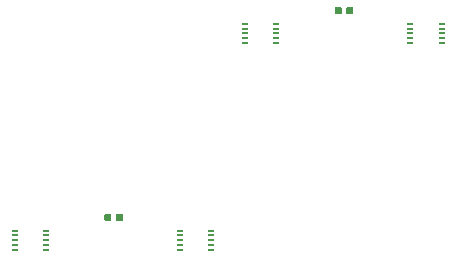
<source format=gbr>
G04 #@! TF.GenerationSoftware,KiCad,Pcbnew,5.0.2-bee76a0~70~ubuntu18.04.1*
G04 #@! TF.CreationDate,2019-05-27T20:40:17+02:00*
G04 #@! TF.ProjectId,upper_Sensor,75707065-725f-4536-956e-736f722e6b69,rev?*
G04 #@! TF.SameCoordinates,Original*
G04 #@! TF.FileFunction,Paste,Top*
G04 #@! TF.FilePolarity,Positive*
%FSLAX46Y46*%
G04 Gerber Fmt 4.6, Leading zero omitted, Abs format (unit mm)*
G04 Created by KiCad (PCBNEW 5.0.2-bee76a0~70~ubuntu18.04.1) date Mo 27 Mai 2019 20:40:17 CEST*
%MOMM*%
%LPD*%
G01*
G04 APERTURE LIST*
%ADD10C,0.100000*%
%ADD11C,0.590000*%
%ADD12R,0.630000X0.230000*%
%ADD13C,0.150000*%
G04 APERTURE END LIST*
D10*
G04 #@! TO.C,GATE*
G36*
X129236958Y-60260710D02*
X129251276Y-60262834D01*
X129265317Y-60266351D01*
X129278946Y-60271228D01*
X129292031Y-60277417D01*
X129304447Y-60284858D01*
X129316073Y-60293481D01*
X129326798Y-60303202D01*
X129336519Y-60313927D01*
X129345142Y-60325553D01*
X129352583Y-60337969D01*
X129358772Y-60351054D01*
X129363649Y-60364683D01*
X129367166Y-60378724D01*
X129369290Y-60393042D01*
X129370000Y-60407500D01*
X129370000Y-60752500D01*
X129369290Y-60766958D01*
X129367166Y-60781276D01*
X129363649Y-60795317D01*
X129358772Y-60808946D01*
X129352583Y-60822031D01*
X129345142Y-60834447D01*
X129336519Y-60846073D01*
X129326798Y-60856798D01*
X129316073Y-60866519D01*
X129304447Y-60875142D01*
X129292031Y-60882583D01*
X129278946Y-60888772D01*
X129265317Y-60893649D01*
X129251276Y-60897166D01*
X129236958Y-60899290D01*
X129222500Y-60900000D01*
X128927500Y-60900000D01*
X128913042Y-60899290D01*
X128898724Y-60897166D01*
X128884683Y-60893649D01*
X128871054Y-60888772D01*
X128857969Y-60882583D01*
X128845553Y-60875142D01*
X128833927Y-60866519D01*
X128823202Y-60856798D01*
X128813481Y-60846073D01*
X128804858Y-60834447D01*
X128797417Y-60822031D01*
X128791228Y-60808946D01*
X128786351Y-60795317D01*
X128782834Y-60781276D01*
X128780710Y-60766958D01*
X128780000Y-60752500D01*
X128780000Y-60407500D01*
X128780710Y-60393042D01*
X128782834Y-60378724D01*
X128786351Y-60364683D01*
X128791228Y-60351054D01*
X128797417Y-60337969D01*
X128804858Y-60325553D01*
X128813481Y-60313927D01*
X128823202Y-60303202D01*
X128833927Y-60293481D01*
X128845553Y-60284858D01*
X128857969Y-60277417D01*
X128871054Y-60271228D01*
X128884683Y-60266351D01*
X128898724Y-60262834D01*
X128913042Y-60260710D01*
X128927500Y-60260000D01*
X129222500Y-60260000D01*
X129236958Y-60260710D01*
X129236958Y-60260710D01*
G37*
D11*
X129075000Y-60580000D03*
D10*
G36*
X130206958Y-60260710D02*
X130221276Y-60262834D01*
X130235317Y-60266351D01*
X130248946Y-60271228D01*
X130262031Y-60277417D01*
X130274447Y-60284858D01*
X130286073Y-60293481D01*
X130296798Y-60303202D01*
X130306519Y-60313927D01*
X130315142Y-60325553D01*
X130322583Y-60337969D01*
X130328772Y-60351054D01*
X130333649Y-60364683D01*
X130337166Y-60378724D01*
X130339290Y-60393042D01*
X130340000Y-60407500D01*
X130340000Y-60752500D01*
X130339290Y-60766958D01*
X130337166Y-60781276D01*
X130333649Y-60795317D01*
X130328772Y-60808946D01*
X130322583Y-60822031D01*
X130315142Y-60834447D01*
X130306519Y-60846073D01*
X130296798Y-60856798D01*
X130286073Y-60866519D01*
X130274447Y-60875142D01*
X130262031Y-60882583D01*
X130248946Y-60888772D01*
X130235317Y-60893649D01*
X130221276Y-60897166D01*
X130206958Y-60899290D01*
X130192500Y-60900000D01*
X129897500Y-60900000D01*
X129883042Y-60899290D01*
X129868724Y-60897166D01*
X129854683Y-60893649D01*
X129841054Y-60888772D01*
X129827969Y-60882583D01*
X129815553Y-60875142D01*
X129803927Y-60866519D01*
X129793202Y-60856798D01*
X129783481Y-60846073D01*
X129774858Y-60834447D01*
X129767417Y-60822031D01*
X129761228Y-60808946D01*
X129756351Y-60795317D01*
X129752834Y-60781276D01*
X129750710Y-60766958D01*
X129750000Y-60752500D01*
X129750000Y-60407500D01*
X129750710Y-60393042D01*
X129752834Y-60378724D01*
X129756351Y-60364683D01*
X129761228Y-60351054D01*
X129767417Y-60337969D01*
X129774858Y-60325553D01*
X129783481Y-60313927D01*
X129793202Y-60303202D01*
X129803927Y-60293481D01*
X129815553Y-60284858D01*
X129827969Y-60277417D01*
X129841054Y-60271228D01*
X129854683Y-60266351D01*
X129868724Y-60262834D01*
X129883042Y-60260710D01*
X129897500Y-60260000D01*
X130192500Y-60260000D01*
X130206958Y-60260710D01*
X130206958Y-60260710D01*
G37*
D11*
X130045000Y-60580000D03*
G04 #@! TD*
D12*
G04 #@! TO.C,J12*
X121175000Y-63300000D03*
X123825000Y-63300000D03*
X121175000Y-62900000D03*
X123825000Y-62900000D03*
X121175000Y-62500000D03*
X123825000Y-62500000D03*
X121175000Y-62100000D03*
X123825000Y-62100000D03*
X121175000Y-61700000D03*
X123825000Y-61700000D03*
G04 #@! TD*
G04 #@! TO.C,J11*
X135175000Y-63300000D03*
X137825000Y-63300000D03*
X135175000Y-62900000D03*
X137825000Y-62900000D03*
X135175000Y-62500000D03*
X137825000Y-62500000D03*
X135175000Y-62100000D03*
X137825000Y-62100000D03*
X135175000Y-61700000D03*
X137825000Y-61700000D03*
G04 #@! TD*
D13*
G04 #@! TO.C,REF\002A\002A*
X129610000Y-61747000D03*
X129830000Y-61747000D03*
X129170000Y-61747000D03*
X128747000Y-62830000D03*
X128747000Y-61950000D03*
X128747000Y-62390000D03*
X129610000Y-63253000D03*
X129170000Y-63253000D03*
X130050000Y-63253000D03*
X130253000Y-62390000D03*
X130253000Y-62830000D03*
X130253000Y-61950000D03*
G04 #@! TD*
D12*
G04 #@! TO.C,J12*
X104325000Y-79200000D03*
X101675000Y-79200000D03*
X104325000Y-79600000D03*
X101675000Y-79600000D03*
X104325000Y-80000000D03*
X101675000Y-80000000D03*
X104325000Y-80400000D03*
X101675000Y-80400000D03*
X104325000Y-80800000D03*
X101675000Y-80800000D03*
G04 #@! TD*
G04 #@! TO.C,J11*
X118325000Y-79200000D03*
X115675000Y-79200000D03*
X118325000Y-79600000D03*
X115675000Y-79600000D03*
X118325000Y-80000000D03*
X115675000Y-80000000D03*
X118325000Y-80400000D03*
X115675000Y-80400000D03*
X118325000Y-80800000D03*
X115675000Y-80800000D03*
G04 #@! TD*
D13*
G04 #@! TO.C,REF\002A\002A*
X110753000Y-79450000D03*
X110753000Y-80330000D03*
X110753000Y-79890000D03*
X110550000Y-80753000D03*
X109670000Y-80753000D03*
X110110000Y-80753000D03*
X109247000Y-79890000D03*
X109247000Y-79450000D03*
X109247000Y-80330000D03*
X109670000Y-79247000D03*
X110330000Y-79247000D03*
X110110000Y-79247000D03*
G04 #@! TD*
D10*
G04 #@! TO.C,GATE*
G36*
X110706958Y-77760710D02*
X110721276Y-77762834D01*
X110735317Y-77766351D01*
X110748946Y-77771228D01*
X110762031Y-77777417D01*
X110774447Y-77784858D01*
X110786073Y-77793481D01*
X110796798Y-77803202D01*
X110806519Y-77813927D01*
X110815142Y-77825553D01*
X110822583Y-77837969D01*
X110828772Y-77851054D01*
X110833649Y-77864683D01*
X110837166Y-77878724D01*
X110839290Y-77893042D01*
X110840000Y-77907500D01*
X110840000Y-78252500D01*
X110839290Y-78266958D01*
X110837166Y-78281276D01*
X110833649Y-78295317D01*
X110828772Y-78308946D01*
X110822583Y-78322031D01*
X110815142Y-78334447D01*
X110806519Y-78346073D01*
X110796798Y-78356798D01*
X110786073Y-78366519D01*
X110774447Y-78375142D01*
X110762031Y-78382583D01*
X110748946Y-78388772D01*
X110735317Y-78393649D01*
X110721276Y-78397166D01*
X110706958Y-78399290D01*
X110692500Y-78400000D01*
X110397500Y-78400000D01*
X110383042Y-78399290D01*
X110368724Y-78397166D01*
X110354683Y-78393649D01*
X110341054Y-78388772D01*
X110327969Y-78382583D01*
X110315553Y-78375142D01*
X110303927Y-78366519D01*
X110293202Y-78356798D01*
X110283481Y-78346073D01*
X110274858Y-78334447D01*
X110267417Y-78322031D01*
X110261228Y-78308946D01*
X110256351Y-78295317D01*
X110252834Y-78281276D01*
X110250710Y-78266958D01*
X110250000Y-78252500D01*
X110250000Y-77907500D01*
X110250710Y-77893042D01*
X110252834Y-77878724D01*
X110256351Y-77864683D01*
X110261228Y-77851054D01*
X110267417Y-77837969D01*
X110274858Y-77825553D01*
X110283481Y-77813927D01*
X110293202Y-77803202D01*
X110303927Y-77793481D01*
X110315553Y-77784858D01*
X110327969Y-77777417D01*
X110341054Y-77771228D01*
X110354683Y-77766351D01*
X110368724Y-77762834D01*
X110383042Y-77760710D01*
X110397500Y-77760000D01*
X110692500Y-77760000D01*
X110706958Y-77760710D01*
X110706958Y-77760710D01*
G37*
D11*
X110545000Y-78080000D03*
D10*
G36*
X109736958Y-77760710D02*
X109751276Y-77762834D01*
X109765317Y-77766351D01*
X109778946Y-77771228D01*
X109792031Y-77777417D01*
X109804447Y-77784858D01*
X109816073Y-77793481D01*
X109826798Y-77803202D01*
X109836519Y-77813927D01*
X109845142Y-77825553D01*
X109852583Y-77837969D01*
X109858772Y-77851054D01*
X109863649Y-77864683D01*
X109867166Y-77878724D01*
X109869290Y-77893042D01*
X109870000Y-77907500D01*
X109870000Y-78252500D01*
X109869290Y-78266958D01*
X109867166Y-78281276D01*
X109863649Y-78295317D01*
X109858772Y-78308946D01*
X109852583Y-78322031D01*
X109845142Y-78334447D01*
X109836519Y-78346073D01*
X109826798Y-78356798D01*
X109816073Y-78366519D01*
X109804447Y-78375142D01*
X109792031Y-78382583D01*
X109778946Y-78388772D01*
X109765317Y-78393649D01*
X109751276Y-78397166D01*
X109736958Y-78399290D01*
X109722500Y-78400000D01*
X109427500Y-78400000D01*
X109413042Y-78399290D01*
X109398724Y-78397166D01*
X109384683Y-78393649D01*
X109371054Y-78388772D01*
X109357969Y-78382583D01*
X109345553Y-78375142D01*
X109333927Y-78366519D01*
X109323202Y-78356798D01*
X109313481Y-78346073D01*
X109304858Y-78334447D01*
X109297417Y-78322031D01*
X109291228Y-78308946D01*
X109286351Y-78295317D01*
X109282834Y-78281276D01*
X109280710Y-78266958D01*
X109280000Y-78252500D01*
X109280000Y-77907500D01*
X109280710Y-77893042D01*
X109282834Y-77878724D01*
X109286351Y-77864683D01*
X109291228Y-77851054D01*
X109297417Y-77837969D01*
X109304858Y-77825553D01*
X109313481Y-77813927D01*
X109323202Y-77803202D01*
X109333927Y-77793481D01*
X109345553Y-77784858D01*
X109357969Y-77777417D01*
X109371054Y-77771228D01*
X109384683Y-77766351D01*
X109398724Y-77762834D01*
X109413042Y-77760710D01*
X109427500Y-77760000D01*
X109722500Y-77760000D01*
X109736958Y-77760710D01*
X109736958Y-77760710D01*
G37*
D11*
X109575000Y-78080000D03*
G04 #@! TD*
M02*

</source>
